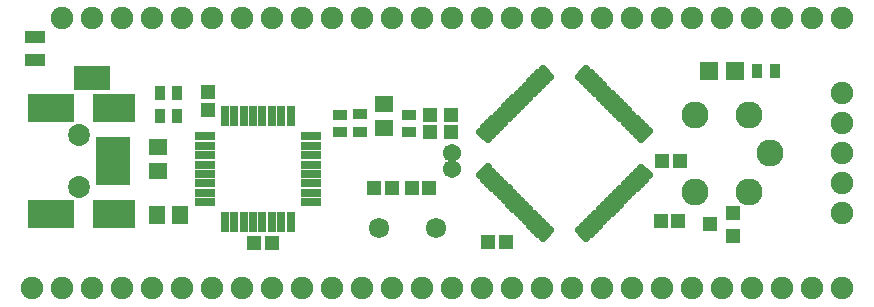
<source format=gbr>
G04 #@! TF.GenerationSoftware,KiCad,Pcbnew,(5.1.2)-2*
G04 #@! TF.CreationDate,2019-10-24T20:02:35-04:00*
G04 #@! TF.ProjectId,T32_ref,5433325f-7265-4662-9e6b-696361645f70,rev?*
G04 #@! TF.SameCoordinates,Original*
G04 #@! TF.FileFunction,Soldermask,Top*
G04 #@! TF.FilePolarity,Negative*
%FSLAX46Y46*%
G04 Gerber Fmt 4.6, Leading zero omitted, Abs format (unit mm)*
G04 Created by KiCad (PCBNEW (5.1.2)-2) date 2019-10-24 20:02:35*
%MOMM*%
%LPD*%
G04 APERTURE LIST*
%ADD10C,1.720800*%
%ADD11C,1.543000*%
%ADD12C,0.648920*%
%ADD13C,0.648920*%
%ADD14R,0.798780X1.697940*%
%ADD15R,1.697940X0.798780*%
%ADD16C,2.279600*%
%ADD17R,1.568400X2.000200*%
%ADD18R,2.940000X0.908000*%
%ADD19R,3.897580X2.398980*%
%ADD20R,3.597860X2.398980*%
%ADD21C,1.857960*%
%ADD22C,1.898600*%
%ADD23R,1.150000X1.200000*%
%ADD24R,1.200000X1.150000*%
%ADD25R,1.400000X1.650000*%
%ADD26R,1.650000X1.400000*%
%ADD27R,1.600000X1.600000*%
%ADD28R,1.700000X1.100000*%
%ADD29R,1.300000X0.900000*%
%ADD30R,0.900000X1.300000*%
%ADD31R,1.300000X1.200000*%
G04 APERTURE END LIST*
D10*
X148374100Y-111353600D03*
X143548100Y-111353600D03*
D11*
X149771100Y-106324400D03*
X149771100Y-104952800D03*
D12*
X157771253Y-98166033D03*
D13*
X158107115Y-98501895D02*
X157435391Y-97830171D01*
D12*
X157412042Y-98525243D03*
D13*
X157747904Y-98861105D02*
X157076180Y-98189381D01*
D12*
X157052832Y-98884453D03*
D13*
X157388694Y-99220315D02*
X156716970Y-98548591D01*
D12*
X156711582Y-99225703D03*
D13*
X157047444Y-99561565D02*
X156375720Y-98889841D01*
D12*
X156352372Y-99584913D03*
D13*
X156688234Y-99920775D02*
X156016510Y-99249051D01*
D12*
X155993162Y-99944124D03*
D13*
X156329024Y-100279986D02*
X155657300Y-99608262D01*
D12*
X155651912Y-100285373D03*
D13*
X155987774Y-100621235D02*
X155316050Y-99949511D01*
D12*
X155292702Y-100644584D03*
D13*
X155628564Y-100980446D02*
X154956840Y-100308722D01*
D12*
X154935288Y-101001998D03*
D13*
X155271150Y-101337860D02*
X154599426Y-100666136D01*
D12*
X154576077Y-101361208D03*
D13*
X154911939Y-101697070D02*
X154240215Y-101025346D01*
D12*
X154234828Y-101702458D03*
D13*
X154570690Y-102038320D02*
X153898966Y-101366596D01*
D12*
X153875617Y-102061668D03*
D13*
X154211479Y-102397530D02*
X153539755Y-101725806D01*
D12*
X153516407Y-102420878D03*
D13*
X153852269Y-102756740D02*
X153180545Y-102085016D01*
D12*
X153175157Y-102762128D03*
D13*
X153511019Y-103097990D02*
X152839295Y-102426266D01*
D12*
X152815947Y-103121338D03*
D13*
X153151809Y-103457200D02*
X152480085Y-102785476D01*
D12*
X152456737Y-103480549D03*
D13*
X152792599Y-103816411D02*
X152120875Y-103144687D01*
D12*
X152456737Y-106526651D03*
D13*
X152120875Y-106862513D02*
X152792599Y-106190789D01*
D12*
X152815947Y-106885862D03*
D13*
X152480085Y-107221724D02*
X153151809Y-106550000D01*
D12*
X153175157Y-107245072D03*
D13*
X152839295Y-107580934D02*
X153511019Y-106909210D01*
D12*
X153516407Y-107586322D03*
D13*
X153180545Y-107922184D02*
X153852269Y-107250460D01*
D12*
X153875617Y-107945532D03*
D13*
X153539755Y-108281394D02*
X154211479Y-107609670D01*
D12*
X154234828Y-108304742D03*
D13*
X153898966Y-108640604D02*
X154570690Y-107968880D01*
D12*
X154576077Y-108645992D03*
D13*
X154240215Y-108981854D02*
X154911939Y-108310130D01*
D12*
X154935288Y-109005202D03*
D13*
X154599426Y-109341064D02*
X155271150Y-108669340D01*
D12*
X155292702Y-109362616D03*
D13*
X154956840Y-109698478D02*
X155628564Y-109026754D01*
D12*
X155651912Y-109721827D03*
D13*
X155316050Y-110057689D02*
X155987774Y-109385965D01*
D12*
X155993162Y-110063076D03*
D13*
X155657300Y-110398938D02*
X156329024Y-109727214D01*
D12*
X156352372Y-110422287D03*
D13*
X156016510Y-110758149D02*
X156688234Y-110086425D01*
D12*
X156711582Y-110781497D03*
D13*
X156375720Y-111117359D02*
X157047444Y-110445635D01*
D12*
X157052832Y-111122747D03*
D13*
X156716970Y-111458609D02*
X157388694Y-110786885D01*
D12*
X157412042Y-111481957D03*
D13*
X157076180Y-111817819D02*
X157747904Y-111146095D01*
D12*
X157771253Y-111841167D03*
D13*
X157435391Y-112177029D02*
X158107115Y-111505305D01*
D12*
X160819151Y-111842963D03*
D13*
X161155013Y-112178825D02*
X160483289Y-111507101D01*
D12*
X161178362Y-111483753D03*
D13*
X161514224Y-111819615D02*
X160842500Y-111147891D01*
D12*
X161537572Y-111124543D03*
D13*
X161873434Y-111460405D02*
X161201710Y-110788681D01*
D12*
X161878822Y-110783293D03*
D13*
X162214684Y-111119155D02*
X161542960Y-110447431D01*
D12*
X162238032Y-110424083D03*
D13*
X162573894Y-110759945D02*
X161902170Y-110088221D01*
D12*
X162597242Y-110064872D03*
D13*
X162933104Y-110400734D02*
X162261380Y-109729010D01*
D12*
X162938492Y-109723623D03*
D13*
X163274354Y-110059485D02*
X162602630Y-109387761D01*
D12*
X163297702Y-109364412D03*
D13*
X163633564Y-109700274D02*
X162961840Y-109028550D01*
D12*
X163655116Y-109006998D03*
D13*
X163990978Y-109342860D02*
X163319254Y-108671136D01*
D12*
X164014327Y-108647788D03*
D13*
X164350189Y-108983650D02*
X163678465Y-108311926D01*
D12*
X164355576Y-108306538D03*
D13*
X164691438Y-108642400D02*
X164019714Y-107970676D01*
D12*
X164714787Y-107947328D03*
D13*
X165050649Y-108283190D02*
X164378925Y-107611466D01*
D12*
X165073997Y-107588118D03*
D13*
X165409859Y-107923980D02*
X164738135Y-107252256D01*
D12*
X165415247Y-107246868D03*
D13*
X165751109Y-107582730D02*
X165079385Y-106911006D01*
D12*
X165774457Y-106887658D03*
D13*
X166110319Y-107223520D02*
X165438595Y-106551796D01*
D12*
X166133667Y-106528447D03*
D13*
X166469529Y-106864309D02*
X165797805Y-106192585D01*
D12*
X166133667Y-103478753D03*
D13*
X165797805Y-103814615D02*
X166469529Y-103142891D01*
D12*
X165774457Y-103119542D03*
D13*
X165438595Y-103455404D02*
X166110319Y-102783680D01*
D12*
X165415247Y-102760332D03*
D13*
X165079385Y-103096194D02*
X165751109Y-102424470D01*
D12*
X165073997Y-102419082D03*
D13*
X164738135Y-102754944D02*
X165409859Y-102083220D01*
D12*
X164714787Y-102059872D03*
D13*
X164378925Y-102395734D02*
X165050649Y-101724010D01*
D12*
X164355576Y-101700662D03*
D13*
X164019714Y-102036524D02*
X164691438Y-101364800D01*
D12*
X164014327Y-101359412D03*
D13*
X163678465Y-101695274D02*
X164350189Y-101023550D01*
D12*
X163655116Y-101000202D03*
D13*
X163319254Y-101336064D02*
X163990978Y-100664340D01*
D12*
X163297702Y-100642788D03*
D13*
X162961840Y-100978650D02*
X163633564Y-100306926D01*
D12*
X162938492Y-100283577D03*
D13*
X162602630Y-100619439D02*
X163274354Y-99947715D01*
D12*
X162597242Y-99942328D03*
D13*
X162261380Y-100278190D02*
X162933104Y-99606466D01*
D12*
X162238032Y-99583117D03*
D13*
X161902170Y-99918979D02*
X162573894Y-99247255D01*
D12*
X161878822Y-99223907D03*
D13*
X161542960Y-99559769D02*
X162214684Y-98888045D01*
D12*
X161537572Y-98882657D03*
D13*
X161201710Y-99218519D02*
X161873434Y-98546795D01*
D12*
X161178362Y-98523447D03*
D13*
X160842500Y-98859309D02*
X161514224Y-98187585D01*
D12*
X160819151Y-98164237D03*
D13*
X160483289Y-98500099D02*
X161155013Y-97828375D01*
D14*
X130525520Y-110827820D03*
X131325620Y-110827820D03*
X132125720Y-110827820D03*
X132925820Y-110827820D03*
X133723380Y-110827820D03*
X134523480Y-110827820D03*
X135323580Y-110827820D03*
X136123680Y-110827820D03*
D15*
X137815320Y-109136180D03*
X137815320Y-108336080D03*
X137815320Y-107535980D03*
X137815320Y-106735880D03*
X137815320Y-105938320D03*
X137815320Y-105138220D03*
X137815320Y-104338120D03*
X137815320Y-103538020D03*
D14*
X136123680Y-101846380D03*
X135323580Y-101846380D03*
X134523480Y-101846380D03*
X133723380Y-101846380D03*
X132925820Y-101846380D03*
X132125720Y-101846380D03*
X131325620Y-101846380D03*
X130525520Y-101846380D03*
D15*
X128833880Y-103538020D03*
X128833880Y-104338120D03*
X128833880Y-105138220D03*
X128833880Y-105938320D03*
X128833880Y-106735880D03*
X128833880Y-107535980D03*
X128833880Y-108336080D03*
X128833880Y-109136180D03*
D16*
X170370500Y-108254800D03*
X170370500Y-101752400D03*
X174891700Y-108254800D03*
X174891700Y-101752400D03*
X176730660Y-105003600D03*
D17*
X118538000Y-98650000D03*
X120059460Y-98650000D03*
D18*
X121043960Y-104040940D03*
X121043960Y-104841040D03*
X121043960Y-105638600D03*
X121043960Y-106436160D03*
X121043960Y-107236260D03*
D19*
X115852200Y-110136940D03*
X115852200Y-101140260D03*
D20*
X121150640Y-110136940D03*
X121150640Y-101140260D03*
D21*
X118227100Y-103438960D03*
X118227100Y-107838240D03*
D22*
X116751100Y-93573600D03*
X119291100Y-93573600D03*
X121831100Y-93573600D03*
X124371100Y-93573600D03*
X134531100Y-93573600D03*
X137071100Y-93573600D03*
X139611100Y-93573600D03*
X142151100Y-93573600D03*
X144691100Y-93573600D03*
X147231100Y-93573600D03*
X149771100Y-93573600D03*
X131991100Y-93573600D03*
X152311100Y-93573600D03*
X129451100Y-93573600D03*
X154851100Y-93573600D03*
X126911100Y-93573600D03*
X157391100Y-93573600D03*
X159931100Y-93573600D03*
X159931100Y-116433600D03*
X157391100Y-116433600D03*
X154851100Y-116433600D03*
X152311100Y-116433600D03*
X149771100Y-116433600D03*
X147231100Y-116433600D03*
X144691100Y-116433600D03*
X142151100Y-116433600D03*
X139611100Y-116433600D03*
X137071100Y-116433600D03*
X134531100Y-116433600D03*
X131991100Y-116433600D03*
X129451100Y-116433600D03*
X126911100Y-116433600D03*
X162471100Y-93573600D03*
X165011100Y-93573600D03*
X167551100Y-93573600D03*
X170091100Y-93573600D03*
X172631100Y-93573600D03*
X182791100Y-99923600D03*
X175171100Y-93573600D03*
X182791100Y-102463600D03*
X177711100Y-93573600D03*
X182791100Y-105003600D03*
X177711100Y-116433600D03*
X182791100Y-107543600D03*
X175171100Y-116433600D03*
X182791100Y-110083600D03*
X172631100Y-116433600D03*
X170091100Y-116433600D03*
X167551100Y-116433600D03*
X165011100Y-116433600D03*
X162471100Y-116433600D03*
X180251100Y-116433600D03*
X114211100Y-116433600D03*
X180251100Y-93573600D03*
X182791100Y-93573600D03*
X124371100Y-116433600D03*
X121831100Y-116433600D03*
X119291100Y-116433600D03*
X116751100Y-116433600D03*
X182791100Y-116433600D03*
D23*
X129075000Y-101300000D03*
X129075000Y-99800000D03*
D24*
X152825000Y-112500000D03*
X154325000Y-112500000D03*
D23*
X147875000Y-101725000D03*
X147875000Y-103225000D03*
X149650000Y-103225000D03*
X149650000Y-101725000D03*
D24*
X167425000Y-110725000D03*
X168925000Y-110725000D03*
X147850000Y-107925000D03*
X146350000Y-107925000D03*
X143175000Y-107925000D03*
X144675000Y-107925000D03*
X133025000Y-112625000D03*
X134525000Y-112625000D03*
D25*
X126775000Y-110200000D03*
X124775000Y-110200000D03*
D26*
X124875000Y-104450000D03*
X124875000Y-106450000D03*
D24*
X167575000Y-105650000D03*
X169075000Y-105650000D03*
D26*
X144050000Y-100825000D03*
X144050000Y-102825000D03*
D27*
X171525000Y-98025000D03*
X173725000Y-98025000D03*
D28*
X114475000Y-97075000D03*
X114475000Y-95175000D03*
D29*
X142000000Y-101700000D03*
X142000000Y-103200000D03*
X146100000Y-103225000D03*
X146100000Y-101725000D03*
X140246100Y-103213600D03*
X140246100Y-101713600D03*
D30*
X125025000Y-99925000D03*
X126525000Y-99925000D03*
X125025000Y-101825000D03*
X126525000Y-101825000D03*
X177075000Y-98025000D03*
X175575000Y-98025000D03*
D31*
X173600000Y-111950000D03*
X173600000Y-110050000D03*
X171600000Y-111000000D03*
M02*

</source>
